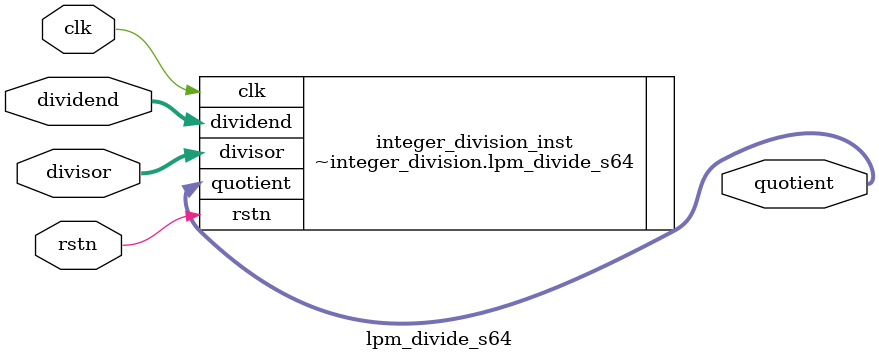
<source format=v>

`timescale 100 ps/100 ps
module lpm_divide_s64 (
  clk,
  rstn,
  dividend,
  divisor,
  quotient
)
;
input clk;
input rstn;
input [63:0] dividend;
input [63:0] divisor;
output [63:0] quotient;
wire VCC;
wire GND;
  \~integer_division.lpm_divide_s64  integer_division_inst (
    .clk(clk),
    .rstn(rstn),
    .dividend(dividend[63:0]),
    .divisor(divisor[63:0]),
    .quotient(quotient[63:0])
);
  VCC VCC_cZ (
    .V(VCC)
);
  GND GND_cZ (
    .G(GND)
);
  GSR GSR (
    .GSRI(VCC) 
);
endmodule /* lpm_divide_s64 */

</source>
